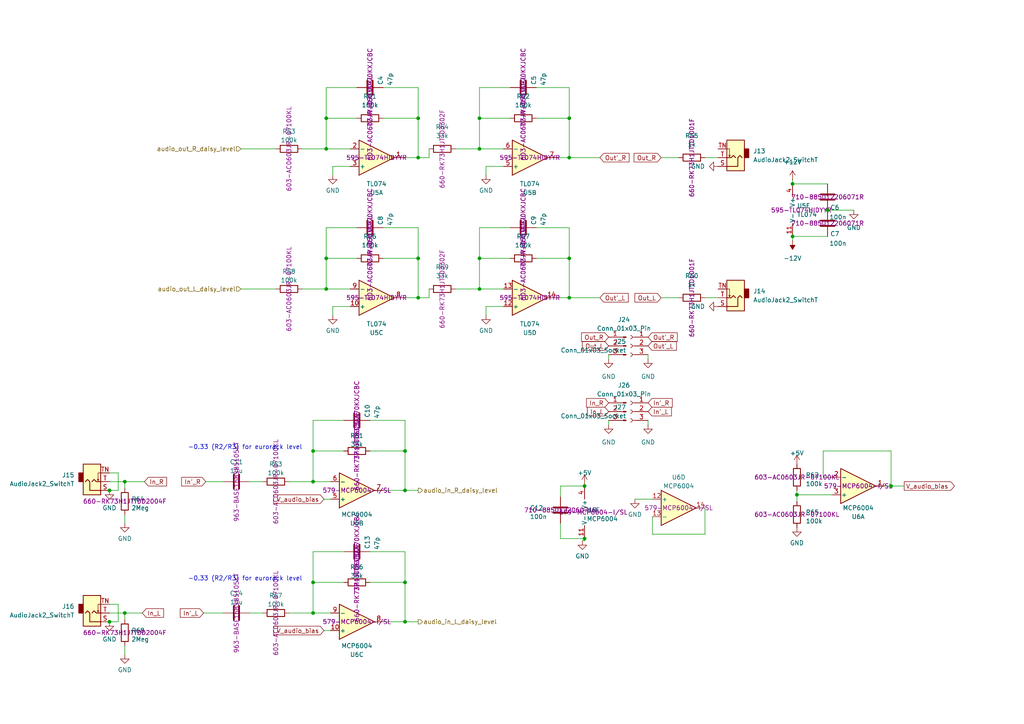
<source format=kicad_sch>
(kicad_sch (version 20250114) (generator "eeschema") (generator_version "9.0")
  (paper "A4")
  (lib_symbols
    (symbol "Amplifier_Operational:MCP6004" (pin_names (offset 0.127))
      (property "Reference" "U" (at 0 5.08 0))
      (property "Value" "MCP6004" (at 0 -5.08 0))
      (symbol "MCP6004_1_1"
        (polyline (pts (xy -5.08 5.08) (xy 5.08 0) (xy -5.08 -5.08) (xy -5.08 5.08)) (stroke (width 0.254)) (fill (type background)))
        (pin input line (at -7.62 2.54 0) (length 2.54) (name "+") (number "3"))
        (pin input line (at -7.62 -2.54 0) (length 2.54) (name "-") (number "2"))
        (pin output line (at 7.62 0 180) (length 2.54) (name "~") (number "1"))
      )
      (symbol "MCP6004_2_1"
        (polyline (pts (xy -5.08 5.08) (xy 5.08 0) (xy -5.08 -5.08) (xy -5.08 5.08)) (stroke (width 0.254)) (fill (type background)))
        (pin input line (at -7.62 2.54 0) (length 2.54) (name "+") (number "5"))
        (pin input line (at -7.62 -2.54 0) (length 2.54) (name "-") (number "6"))
        (pin output line (at 7.62 0 180) (length 2.54) (name "~") (number "7"))
      )
      (symbol "MCP6004_3_1"
        (polyline (pts (xy -5.08 5.08) (xy 5.08 0) (xy -5.08 -5.08) (xy -5.08 5.08)) (stroke (width 0.254)) (fill (type background)))
        (pin input line (at -7.62 2.54 0) (length 2.54) (name "+") (number "10"))
        (pin input line (at -7.62 -2.54 0) (length 2.54) (name "-") (number "9"))
        (pin output line (at 7.62 0 180) (length 2.54) (name "~") (number "8"))
      )
      (symbol "MCP6004_4_1"
        (polyline (pts (xy -5.08 5.08) (xy 5.08 0) (xy -5.08 -5.08) (xy -5.08 5.08)) (stroke (width 0.254)) (fill (type background)))
        (pin input line (at -7.62 2.54 0) (length 2.54) (name "+") (number "12"))
        (pin input line (at -7.62 -2.54 0) (length 2.54) (name "-") (number "13"))
        (pin output line (at 7.62 0 180) (length 2.54) (name "~") (number "14"))
      )
      (symbol "MCP6004_5_1"
        (pin power_in line (at -2.54 7.62 270) (length 3.81) (name "V+") (number "4"))
        (pin power_in line (at -2.54 -7.62 90) (length 3.81) (name "V-") (number "11"))
      )
    )
    (symbol "Amplifier_Operational:TL074" (pin_names (offset 0.127))
      (property "Reference" "U" (at 0 5.08 0))
      (property "Value" "TL074" (at 0 -5.08 0))
      (symbol "TL074_1_1"
        (polyline (pts (xy -5.08 5.08) (xy 5.08 0) (xy -5.08 -5.08) (xy -5.08 5.08)) (stroke (width 0.254)) (fill (type background)))
        (pin input line (at -7.62 2.54 0) (length 2.54) (name "+") (number "3"))
        (pin input line (at -7.62 -2.54 0) (length 2.54) (name "-") (number "2"))
        (pin output line (at 7.62 0 180) (length 2.54) (name "~") (number "1"))
      )
      (symbol "TL074_2_1"
        (polyline (pts (xy -5.08 5.08) (xy 5.08 0) (xy -5.08 -5.08) (xy -5.08 5.08)) (stroke (width 0.254)) (fill (type background)))
        (pin input line (at -7.62 2.54 0) (length 2.54) (name "+") (number "5"))
        (pin input line (at -7.62 -2.54 0) (length 2.54) (name "-") (number "6"))
        (pin output line (at 7.62 0 180) (length 2.54) (name "~") (number "7"))
      )
      (symbol "TL074_3_1"
        (polyline (pts (xy -5.08 5.08) (xy 5.08 0) (xy -5.08 -5.08) (xy -5.08 5.08)) (stroke (width 0.254)) (fill (type background)))
        (pin input line (at -7.62 2.54 0) (length 2.54) (name "+") (number "10"))
        (pin input line (at -7.62 -2.54 0) (length 2.54) (name "-") (number "9"))
        (pin output line (at 7.62 0 180) (length 2.54) (name "~") (number "8"))
      )
      (symbol "TL074_4_1"
        (polyline (pts (xy -5.08 5.08) (xy 5.08 0) (xy -5.08 -5.08) (xy -5.08 5.08)) (stroke (width 0.254)) (fill (type background)))
        (pin input line (at -7.62 2.54 0) (length 2.54) (name "+") (number "12"))
        (pin input line (at -7.62 -2.54 0) (length 2.54) (name "-") (number "13"))
        (pin output line (at 7.62 0 180) (length 2.54) (name "~") (number "14"))
      )
      (symbol "TL074_5_1"
        (pin power_in line (at -2.54 7.62 270) (length 3.81) (name "V+") (number "4"))
        (pin power_in line (at -2.54 -7.62 90) (length 3.81) (name "V-") (number "11"))
      )
    )
    (symbol "Connector:Conn_01x03_Pin" (pin_names (offset 1.016) (hide yes))
      (property "Reference" "J" (at 0 5.08 0))
      (property "Value" "Conn_01x03_Pin" (at 0 -5.08 0))
      (symbol "Conn_01x03_Pin_1_1"
        (rectangle (start 0.8636 2.667) (end 0 2.413) (stroke (width 0.1524)) (fill (type outline)))
        (rectangle (start 0.8636 0.127) (end 0 -0.127) (stroke (width 0.1524)) (fill (type outline)))
        (rectangle (start 0.8636 -2.413) (end 0 -2.667) (stroke (width 0.1524)) (fill (type outline)))
        (polyline (pts (xy 1.27 2.54) (xy 0.8636 2.54)) (stroke (width 0.1524)))
        (polyline (pts (xy 1.27 0) (xy 0.8636 0)) (stroke (width 0.1524)))
        (polyline (pts (xy 1.27 -2.54) (xy 0.8636 -2.54)) (stroke (width 0.1524)))
        (pin passive line (at 5.08 2.54 180) (length 3.81) (name "Pin_1") (number "1"))
        (pin passive line (at 5.08 0 180) (length 3.81) (name "Pin_2") (number "2"))
        (pin passive line (at 5.08 -2.54 180) (length 3.81) (name "Pin_3") (number "3"))
      )
    )
    (symbol "Connector:Conn_01x03_Socket" (pin_names (offset 1.016) (hide yes))
      (property "Reference" "J" (at 0 5.08 0))
      (property "Value" "Conn_01x03_Socket" (at 0 -5.08 0))
      (symbol "Conn_01x03_Socket_1_1"
        (polyline (pts (xy -1.27 2.54) (xy -0.508 2.54)) (stroke (width 0.1524)))
        (polyline (pts (xy -1.27 0) (xy -0.508 0)) (stroke (width 0.1524)))
        (polyline (pts (xy -1.27 -2.54) (xy -0.508 -2.54)) (stroke (width 0.1524)))
        (arc (start 0 2.032) (mid -0.5058 2.54) (end 0 3.048) (stroke (width 0.1524)))
        (arc (start 0 -0.508) (mid -0.5058 0) (end 0 0.508) (stroke (width 0.1524)))
        (arc (start 0 -3.048) (mid -0.5058 -2.54) (end 0 -2.032) (stroke (width 0.1524)))
        (pin passive line (at -5.08 2.54 0) (length 3.81) (name "Pin_1") (number "1"))
        (pin passive line (at -5.08 0 0) (length 3.81) (name "Pin_2") (number "2"))
        (pin passive line (at -5.08 -2.54 0) (length 3.81) (name "Pin_3") (number "3"))
      )
    )
    (symbol "Connector_Audio:AudioJack2_SwitchT"
      (property "Reference" "J" (at 0 8.89 0))
      (property "Value" "AudioJack2_SwitchT" (at 0 6.35 0))
      (symbol "AudioJack2_SwitchT_0_1"
        (rectangle (start -2.54 0) (end -3.81 -2.54) (stroke (width 0.254)) (fill (type outline)))
        (polyline (pts (xy 0 0) (xy 0.635 -0.635) (xy 1.27 0) (xy 2.54 0)) (stroke (width 0.254)))
        (polyline (pts (xy 1.778 -0.254) (xy 2.032 -0.762)))
        (rectangle (start 2.54 3.81) (end -2.54 -5.08) (stroke (width 0.254)) (fill (type background)))
        (polyline (pts (xy 2.54 2.54) (xy -0.635 2.54) (xy -0.635 0) (xy -1.27 -0.635) (xy -1.905 0)) (stroke (width 0.254)))
        (polyline (pts (xy 2.54 -2.54) (xy 1.778 -2.54) (xy 1.778 -0.254) (xy 1.524 -0.762)))
      )
      (symbol "AudioJack2_SwitchT_1_1"
        (pin passive line (at 5.08 2.54 180) (length 2.54) (name "~") (number "S"))
        (pin passive line (at 5.08 0 180) (length 2.54) (name "~") (number "T"))
        (pin passive line (at 5.08 -2.54 180) (length 2.54) (name "~") (number "TN"))
      )
    )
    (symbol "Device:C" (pin_numbers (hide yes)) (pin_names (offset 0.254))
      (property "Reference" "C" (at 0.635 2.54 0))
      (property "Value" "C" (at 0.635 -2.54 0))
      (symbol "C_0_1"
        (polyline (pts (xy -2.032 0.762) (xy 2.032 0.762)) (stroke (width 0.508)))
        (polyline (pts (xy -2.032 -0.762) (xy 2.032 -0.762)) (stroke (width 0.508)))
      )
      (symbol "C_1_1"
        (pin passive line (at 0 3.81 270) (length 2.794) (name "~") (number "1"))
        (pin passive line (at 0 -3.81 90) (length 2.794) (name "~") (number "2"))
      )
    )
    (symbol "Device:R" (pin_numbers (hide yes)) (pin_names (offset 0))
      (property "Reference" "R" (at 2.032 0 90))
      (property "Value" "R" (at 0 0 90))
      (symbol "R_0_1"
        (rectangle (start -1.016 -2.54) (end 1.016 2.54) (stroke (width 0.254)))
      )
      (symbol "R_1_1"
        (pin passive line (at 0 3.81 270) (length 1.27) (name "~") (number "1"))
        (pin passive line (at 0 -3.81 90) (length 1.27) (name "~") (number "2"))
      )
    )
    (symbol "power:+12V" (power) (pin_numbers (hide yes)) (pin_names (offset 0) (hide yes))
      (property "Value" "+12V" (at 0 3.556 0))
      (symbol "+12V_0_1"
        (polyline (pts (xy -0.762 1.27) (xy 0 2.54)))
        (polyline (pts (xy 0 2.54) (xy 0.762 1.27)))
        (polyline (pts (xy 0 0) (xy 0 2.54)))
      )
      (symbol "+12V_1_1"
        (pin power_in line (at 0 0 90) (length 0) (name "~") (number "1"))
      )
    )
    (symbol "power:+5V" (power) (pin_names (offset 0))
      (property "Value" "+5V" (at 0 3.556 0))
      (symbol "+5V_0_1"
        (polyline (pts (xy -0.762 1.27) (xy 0 2.54)))
        (polyline (pts (xy 0 2.54) (xy 0.762 1.27)))
        (polyline (pts (xy 0 0) (xy 0 2.54)))
      )
      (symbol "+5V_1_1"
        (pin power_in line (at 0 0 90) (length 0) (hide yes) (name "+5V") (number "1"))
      )
    )
    (symbol "power:-12V" (power) (pin_numbers (hide yes)) (pin_names (offset 0) (hide yes))
      (property "Value" "-12V" (at 0 3.556 0))
      (symbol "-12V_0_0"
        (pin power_in line (at 0 0 90) (length 0) (name "~") (number "1"))
      )
      (symbol "-12V_0_1"
        (polyline (pts (xy 0 0) (xy 0 1.27) (xy 0.762 1.27) (xy 0 2.54) (xy -0.762 1.27) (xy 0 1.27)) (fill (type outline)))
      )
    )
    (symbol "power:GND" (power) (pin_names (offset 0))
      (property "Value" "GND" (at 0 -3.81 0))
      (symbol "GND_0_1"
        (polyline (pts (xy 0 0) (xy 0 -1.27) (xy 1.27 -1.27) (xy 0 -2.54) (xy -1.27 -1.27) (xy 0 -1.27)))
      )
      (symbol "GND_1_1"
        (pin power_in line (at 0 0 270) (length 0) (hide yes) (name "GND") (number "1"))
      )
    )
  )
  (text "\n-0.33 (R2/R3) for eurorack level\n" (at 54.483 168.656 0) (effects (font (size 1.27 1.27)) (justify left bottom)))
  (text "\n-0.33 (R2/R3) for eurorack level\n" (at 54.483 130.556 0) (effects (font (size 1.27 1.27)) (justify left bottom)))
  (junction (at 90.805 177.8))
  (junction (at 90.805 139.7))
  (junction (at 169.545 140.97))
  (junction (at 139.065 43.18))
  (junction (at 117.475 180.34))
  (junction (at 121.285 45.72))
  (junction (at 117.475 168.91))
  (junction (at 90.805 168.91))
  (junction (at 229.87 68.58))
  (junction (at 258.445 140.97))
  (junction (at 94.615 74.93))
  (junction (at 165.1 45.72))
  (junction (at 94.615 83.82))
  (junction (at 139.065 83.82))
  (junction (at 139.065 34.29))
  (junction (at 121.285 74.93))
  (junction (at 31.75 180.34))
  (junction (at 139.065 74.93))
  (junction (at 231.14 143.51))
  (junction (at 94.615 34.29))
  (junction (at 117.475 142.24))
  (junction (at 121.285 34.29))
  (junction (at 31.75 142.24))
  (junction (at 169.545 156.21))
  (junction (at 121.285 86.36))
  (junction (at 165.1 34.29))
  (junction (at 36.195 139.7))
  (junction (at 36.195 177.8))
  (junction (at 94.615 43.18))
  (junction (at 165.1 86.36))
  (junction (at 229.87 53.34))
  (junction (at 165.1 74.93))
  (junction (at 117.475 130.81))
  (junction (at 240.03 60.96))
  (junction (at 90.805 130.81))
  (wire (pts (xy 103.505 74.93) (xy 94.615 74.93)))
  (wire (pts (xy 117.475 180.34) (xy 121.285 180.34)))
  (wire (pts (xy 103.505 25.4) (xy 94.615 25.4)))
  (wire (pts (xy 111.125 180.34) (xy 117.475 180.34)))
  (wire (pts (xy 90.805 130.81) (xy 90.805 139.7)))
  (wire (pts (xy 241.3 138.43) (xy 238.76 138.43)))
  (wire (pts (xy 155.575 25.4) (xy 165.1 25.4)))
  (wire (pts (xy 116.84 86.36) (xy 121.285 86.36)))
  (wire (pts (xy 31.75 137.16) (xy 34.29 137.16)))
  (wire (pts (xy 111.125 142.24) (xy 117.475 142.24)))
  (wire (pts (xy 140.97 88.9) (xy 140.97 91.44)))
  (wire (pts (xy 96.52 88.9) (xy 96.52 91.44)))
  (wire (pts (xy 117.475 121.92) (xy 117.475 130.81)))
  (wire (pts (xy 161.29 86.36) (xy 165.1 86.36)))
  (wire (pts (xy 69.85 83.82) (xy 80.01 83.82)))
  (wire (pts (xy 90.805 121.92) (xy 90.805 130.81)))
  (wire (pts (xy 121.285 86.36) (xy 124.46 86.36)))
  (wire (pts (xy 59.055 177.8) (xy 64.77 177.8)))
  (wire (pts (xy 36.195 139.7) (xy 41.91 139.7)))
  (wire (pts (xy 204.47 45.72) (xy 208.28 45.72)))
  (wire (pts (xy 189.23 149.86) (xy 189.23 154.94)))
  (wire (pts (xy 155.575 74.93) (xy 165.1 74.93)))
  (wire (pts (xy 191.77 45.72) (xy 196.85 45.72)))
  (wire (pts (xy 94.615 74.93) (xy 94.615 83.82)))
  (wire (pts (xy 31.75 175.26) (xy 34.29 175.26)))
  (wire (pts (xy 169.545 156.845) (xy 168.91 156.845)))
  (wire (pts (xy 238.76 138.43) (xy 238.76 130.81)))
  (wire (pts (xy 93.98 144.78) (xy 95.885 144.78)))
  (wire (pts (xy 139.065 25.4) (xy 139.065 34.29)))
  (wire (pts (xy 162.56 156.21) (xy 162.56 151.765)))
  (wire (pts (xy 140.97 48.26) (xy 146.05 48.26)))
  (wire (pts (xy 36.195 151.765) (xy 36.195 149.225)))
  (wire (pts (xy 34.29 137.16) (xy 34.29 142.24)))
  (wire (pts (xy 96.52 88.9) (xy 101.6 88.9)))
  (wire (pts (xy 189.23 154.94) (xy 204.47 154.94)))
  (wire (pts (xy 132.08 43.18) (xy 139.065 43.18)))
  (wire (pts (xy 83.82 177.8) (xy 90.805 177.8)))
  (wire (pts (xy 165.1 45.72) (xy 173.99 45.72)))
  (wire (pts (xy 31.75 177.8) (xy 36.195 177.8)))
  (wire (pts (xy 34.29 175.26) (xy 34.29 180.34)))
  (wire (pts (xy 111.125 74.93) (xy 121.285 74.93)))
  (wire (pts (xy 99.695 160.02) (xy 90.805 160.02)))
  (wire (pts (xy 94.615 25.4) (xy 94.615 34.29)))
  (wire (pts (xy 96.52 48.26) (xy 101.6 48.26)))
  (wire (pts (xy 147.955 34.29) (xy 139.065 34.29)))
  (wire (pts (xy 99.695 121.92) (xy 90.805 121.92)))
  (wire (pts (xy 94.615 34.29) (xy 94.615 43.18)))
  (wire (pts (xy 94.615 43.18) (xy 101.6 43.18)))
  (wire (pts (xy 36.195 189.865) (xy 36.195 187.325)))
  (wire (pts (xy 240.03 60.96) (xy 247.65 60.96)))
  (wire (pts (xy 87.63 83.82) (xy 94.615 83.82)))
  (wire (pts (xy 139.065 74.93) (xy 139.065 83.82)))
  (wire (pts (xy 238.76 130.81) (xy 258.445 130.81)))
  (wire (pts (xy 36.195 179.705) (xy 36.195 177.8)))
  (wire (pts (xy 34.29 142.24) (xy 31.75 142.24)))
  (wire (pts (xy 34.29 180.34) (xy 31.75 180.34)))
  (wire (pts (xy 191.77 86.36) (xy 196.85 86.36)))
  (wire (pts (xy 124.46 86.36) (xy 124.46 83.82)))
  (wire (pts (xy 117.475 180.34) (xy 117.475 168.91)))
  (wire (pts (xy 90.805 168.91) (xy 90.805 177.8)))
  (wire (pts (xy 132.08 83.82) (xy 139.065 83.82)))
  (wire (pts (xy 231.14 142.24) (xy 231.14 143.51)))
  (wire (pts (xy 90.805 139.7) (xy 95.885 139.7)))
  (wire (pts (xy 147.955 74.93) (xy 139.065 74.93)))
  (wire (pts (xy 169.545 156.845) (xy 169.545 156.21)))
  (wire (pts (xy 96.52 48.26) (xy 96.52 50.8)))
  (wire (pts (xy 69.85 43.18) (xy 80.01 43.18)))
  (wire (pts (xy 176.53 104.14) (xy 176.53 102.87)))
  (wire (pts (xy 176.53 123.19) (xy 176.53 121.92)))
  (wire (pts (xy 204.47 86.36) (xy 208.28 86.36)))
  (wire (pts (xy 72.39 139.7) (xy 76.2 139.7)))
  (wire (pts (xy 117.475 142.24) (xy 121.285 142.24)))
  (wire (pts (xy 139.065 34.29) (xy 139.065 43.18)))
  (wire (pts (xy 107.315 168.91) (xy 117.475 168.91)))
  (wire (pts (xy 147.955 25.4) (xy 139.065 25.4)))
  (wire (pts (xy 229.87 68.58) (xy 240.03 68.58)))
  (wire (pts (xy 59.69 139.7) (xy 64.77 139.7)))
  (wire (pts (xy 229.87 53.34) (xy 240.03 53.34)))
  (wire (pts (xy 165.1 45.72) (xy 165.1 34.29)))
  (wire (pts (xy 258.445 140.97) (xy 262.255 140.97)))
  (wire (pts (xy 107.315 130.81) (xy 117.475 130.81)))
  (wire (pts (xy 121.285 45.72) (xy 124.46 45.72)))
  (wire (pts (xy 155.575 66.04) (xy 165.1 66.04)))
  (wire (pts (xy 90.805 177.8) (xy 95.885 177.8)))
  (wire (pts (xy 169.545 156.21) (xy 162.56 156.21)))
  (wire (pts (xy 139.065 66.04) (xy 139.065 74.93)))
  (wire (pts (xy 117.475 160.02) (xy 117.475 168.91)))
  (wire (pts (xy 139.065 43.18) (xy 146.05 43.18)))
  (wire (pts (xy 99.695 130.81) (xy 90.805 130.81)))
  (wire (pts (xy 165.1 86.36) (xy 165.1 74.93)))
  (wire (pts (xy 187.96 104.14) (xy 187.96 102.87)))
  (wire (pts (xy 103.505 34.29) (xy 94.615 34.29)))
  (wire (pts (xy 117.475 142.24) (xy 117.475 130.81)))
  (wire (pts (xy 140.97 48.26) (xy 140.97 50.8)))
  (wire (pts (xy 121.285 25.4) (xy 121.285 34.29)))
  (wire (pts (xy 111.125 25.4) (xy 121.285 25.4)))
  (wire (pts (xy 90.805 160.02) (xy 90.805 168.91)))
  (wire (pts (xy 121.285 45.72) (xy 121.285 34.29)))
  (wire (pts (xy 94.615 66.04) (xy 94.615 74.93)))
  (wire (pts (xy 162.56 140.97) (xy 169.545 140.97)))
  (wire (pts (xy 107.315 160.02) (xy 117.475 160.02)))
  (wire (pts (xy 147.955 66.04) (xy 139.065 66.04)))
  (wire (pts (xy 229.87 52.07) (xy 229.87 53.34)))
  (wire (pts (xy 103.505 66.04) (xy 94.615 66.04)))
  (wire (pts (xy 116.84 45.72) (xy 121.285 45.72)))
  (wire (pts (xy 256.54 140.97) (xy 258.445 140.97)))
  (wire (pts (xy 204.47 154.94) (xy 204.47 147.32)))
  (wire (pts (xy 83.82 139.7) (xy 90.805 139.7)))
  (wire (pts (xy 140.97 88.9) (xy 146.05 88.9)))
  (wire (pts (xy 229.87 69.85) (xy 229.87 68.58)))
  (wire (pts (xy 31.75 139.7) (xy 36.195 139.7)))
  (wire (pts (xy 258.445 130.81) (xy 258.445 140.97)))
  (wire (pts (xy 111.125 66.04) (xy 121.285 66.04)))
  (wire (pts (xy 121.285 86.36) (xy 121.285 74.93)))
  (wire (pts (xy 162.56 144.145) (xy 162.56 140.97)))
  (wire (pts (xy 72.39 177.8) (xy 76.2 177.8)))
  (wire (pts (xy 161.29 45.72) (xy 165.1 45.72)))
  (wire (pts (xy 36.195 177.8) (xy 41.275 177.8)))
  (wire (pts (xy 94.615 83.82) (xy 101.6 83.82)))
  (wire (pts (xy 184.15 144.78) (xy 189.23 144.78)))
  (wire (pts (xy 139.065 83.82) (xy 146.05 83.82)))
  (wire (pts (xy 155.575 34.29) (xy 165.1 34.29)))
  (wire (pts (xy 121.285 66.04) (xy 121.285 74.93)))
  (wire (pts (xy 99.695 168.91) (xy 90.805 168.91)))
  (wire (pts (xy 87.63 43.18) (xy 94.615 43.18)))
  (wire (pts (xy 231.14 143.51) (xy 241.3 143.51)))
  (wire (pts (xy 36.195 141.605) (xy 36.195 139.7)))
  (wire (pts (xy 187.96 123.19) (xy 187.96 121.92)))
  (wire (pts (xy 111.125 34.29) (xy 121.285 34.29)))
  (wire (pts (xy 165.1 66.04) (xy 165.1 74.93)))
  (wire (pts (xy 231.14 143.51) (xy 231.14 145.415)))
  (wire (pts (xy 165.1 25.4) (xy 165.1 34.29)))
  (wire (pts (xy 107.315 121.92) (xy 117.475 121.92)))
  (wire (pts (xy 93.98 182.88) (xy 95.885 182.88)))
  (wire (pts (xy 124.46 45.72) (xy 124.46 43.18)))
  (wire (pts (xy 169.545 140.335) (xy 169.545 140.97)))
  (wire (pts (xy 165.1 86.36) (xy 173.99 86.36)))
  (global_label "In'_L" (shape input) (at 187.96 119.38 0) (property "Intersheetrefs" "${INTERSHEET_REFS}" (effects (hide yes))))
  (global_label "Out'_L" (shape input) (at 187.96 100.33 0) (property "Intersheetrefs" "${INTERSHEET_REFS}" (effects (hide yes))))
  (global_label "Out_R" (shape input) (at 176.53 97.79 180) (property "Intersheetrefs" "${INTERSHEET_REFS}" (effects (hide yes))))
  (global_label "In_R" (shape input) (at 41.91 139.7 0) (property "Intersheetrefs" "${INTERSHEET_REFS}" (effects (hide yes))))
  (global_label "Out'_R" (shape input) (at 173.99 45.72 0) (property "Intersheetrefs" "${INTERSHEET_REFS}" (effects (hide yes))))
  (global_label "In_L" (shape input) (at 176.53 119.38 180) (property "Intersheetrefs" "${INTERSHEET_REFS}" (effects (hide yes))))
  (global_label "In'_R" (shape input) (at 187.96 116.84 0) (property "Intersheetrefs" "${INTERSHEET_REFS}" (effects (hide yes))))
  (global_label "Out_R" (shape input) (at 191.77 45.72 180) (property "Intersheetrefs" "${INTERSHEET_REFS}" (effects (hide yes))))
  (global_label "In'_L" (shape input) (at 59.055 177.8 180) (property "Intersheetrefs" "${INTERSHEET_REFS}" (effects (hide yes))))
  (global_label "In'_R" (shape input) (at 59.69 139.7 180) (property "Intersheetrefs" "${INTERSHEET_REFS}" (effects (hide yes))))
  (global_label "V_audio_bias" (shape input) (at 93.98 144.78 180) (property "Intersheetrefs" "${INTERSHEET_REFS}" (effects (hide yes))))
  (global_label "Out_L" (shape input) (at 191.77 86.36 180) (property "Intersheetrefs" "${INTERSHEET_REFS}" (effects (hide yes))))
  (global_label "In_R" (shape input) (at 176.53 116.84 180) (property "Intersheetrefs" "${INTERSHEET_REFS}" (effects (hide yes))))
  (global_label "Out'_R" (shape input) (at 187.96 97.79 0) (property "Intersheetrefs" "${INTERSHEET_REFS}" (effects (hide yes))))
  (global_label "In_L" (shape input) (at 41.275 177.8 0) (property "Intersheetrefs" "${INTERSHEET_REFS}" (effects (hide yes))))
  (global_label "V_audio_bias" (shape output) (at 262.255 140.97 0) (property "Intersheetrefs" "${INTERSHEET_REFS}" (effects (hide yes))))
  (global_label "Out'_L" (shape input) (at 173.99 86.36 0) (property "Intersheetrefs" "${INTERSHEET_REFS}" (effects (hide yes))))
  (global_label "Out_L" (shape input) (at 176.53 100.33 180) (property "Intersheetrefs" "${INTERSHEET_REFS}" (effects (hide yes))))
  (global_label "V_audio_bias" (shape input) (at 93.98 182.88 180) (property "Intersheetrefs" "${INTERSHEET_REFS}" (effects (hide yes))))
  (hierarchical_label "audio_in_R_daisy_level" (shape output) (at 121.285 142.24 0))
  (hierarchical_label "audio_in_L_daisy_level" (shape output) (at 121.285 180.34 0))
  (hierarchical_label "audio_out_R_daisy_level" (shape input) (at 69.85 43.18 180))
  (hierarchical_label "audio_out_L_daisy_level" (shape input) (at 69.85 83.82 180))
  (symbol (lib_id "Amplifier_Operational:TL074") (at 153.67 45.72 0) (mirror x) (unit 2)
    (property "Reference" "U5" (at 153.67 55.88 0))
    (property "Value" "TL074" (at 153.67 53.34 0))
    (property "Footprint" "TL074:SOP50P326X110-14N" (effects (hide yes)))
    (property "Datasheet" "http://www.ti.com/lit/ds/symlink/tl071.pdf" (effects (hide yes)))
    (property "Description" "Quad Low-Noise JFET-Input Operational Amplifiers, DIP-14/SOIC-14" (effects (hide yes)))
    (property "Mouser Part Number" "595-TL074HIDYYR" (at 153.67 45.72 0))
  )
  (symbol (lib_id "Device:R") (at 151.765 74.93 90) (unit 1)
    (property "Reference" "R57" (at 151.765 68.58 90))
    (property "Value" "100k" (at 151.765 71.12 90))
    (property "Footprint" "Resistor_SMD:R_0603_1608Metric" (effects (hide yes)))
    (property "Mouser Part Number" "603-AC0603JR-07100KL" (at 151.765 74.93 0))
  )
  (symbol (lib_id "power:GND") (at 247.65 60.96 0) (unit 1)
    (property "Reference" "#PWR057" (effects (hide yes)))
    (property "Value" "GND" (at 247.65 66.04 0))
    (property "Description" "Power symbol creates a global label with name \"GND\" , ground" (effects (hide yes)))
  )
  (symbol (lib_id "Device:R") (at 80.01 177.8 270) (unit 1)
    (property "Reference" "R67" (at 80.01 172.72 90))
    (property "Value" "100k" (at 80.01 175.26 90))
    (property "Footprint" "Resistor_SMD:R_0603_1608Metric" (effects (hide yes)))
    (property "Mouser Part Number" "603-AC0603JR-07100KL" (at 80.01 177.8 0))
  )
  (symbol (lib_id "Device:C") (at 68.58 177.8 90) (unit 1)
    (property "Reference" "C14" (at 68.58 172.085 90))
    (property "Value" "10u" (at 68.58 174.625 90))
    (property "Footprint" "Capacitor_SMD:C_0603_1608Metric" (effects (hide yes)))
    (property "Mouser Part Number" "963-BASE168SB5105KT" (at 68.58 177.8 0))
  )
  (symbol (lib_id "Device:R") (at 36.195 145.415 0) (unit 1)
    (property "Reference" "R64" (at 38.1 144.78 0) (effects (justify left)))
    (property "Value" "2Meg" (at 38.1 147.32 0) (effects (justify left)))
    (property "Footprint" "Resistor_SMD:R_0603_1608Metric" (effects (hide yes)))
    (property "Mouser Part Number" "660-RK73H1JTTDD2004F" (at 36.195 145.415 0))
  )
  (symbol (lib_id "Device:R") (at 107.315 34.29 90) (unit 1)
    (property "Reference" "R51" (at 107.315 27.94 90))
    (property "Value" "100k" (at 107.315 30.48 90))
    (property "Footprint" "Resistor_SMD:R_0603_1608Metric" (effects (hide yes)))
    (property "Mouser Part Number" "603-AC0603JR-07100KL" (at 107.315 34.29 0))
  )
  (symbol (lib_id "Device:C") (at 240.03 64.77 0) (unit 1)
    (property "Reference" "C7" (at 240.792 67.818 0) (effects (justify left)))
    (property "Value" "100n" (at 240.538 70.612 0) (effects (justify left)))
    (property "Footprint" "Capacitor_SMD:C_0603_1608Metric" (effects (hide yes)))
    (property "Description" "Unpolarized capacitor" (effects (hide yes)))
    (property "Mouser Part Number" "710-885012206071R" (at 240.03 64.77 0))
  )
  (symbol (lib_id "Device:R") (at 151.765 34.29 90) (unit 1)
    (property "Reference" "R52" (at 151.765 27.94 90))
    (property "Value" "100k" (at 151.765 30.48 90))
    (property "Footprint" "Resistor_SMD:R_0603_1608Metric" (effects (hide yes)))
    (property "Mouser Part Number" "603-AC0603JR-07100KL" (at 151.765 34.29 0))
  )
  (symbol (lib_id "Device:R") (at 231.14 149.225 180) (unit 1)
    (property "Reference" "R65" (at 233.68 148.59 0) (effects (justify right)))
    (property "Value" "100k" (at 233.68 151.13 0) (effects (justify right)))
    (property "Footprint" "Resistor_SMD:R_0603_1608Metric" (effects (hide yes)))
    (property "Mouser Part Number" "603-AC0603JR-07100KL" (at 231.14 149.225 0))
  )
  (symbol (lib_id "power:GND") (at 96.52 91.44 0) (unit 1)
    (property "Reference" "#PWR060" (effects (hide yes)))
    (property "Value" "GND" (at 96.52 95.885 0))
  )
  (symbol (lib_id "Device:C") (at 151.765 25.4 90) (unit 1)
    (property "Reference" "C5" (at 154.813 24.638 0) (effects (justify left)))
    (property "Value" "47p" (at 157.607 24.892 0) (effects (justify left)))
    (property "Footprint" "Capacitor_SMD:C_0603_1608Metric" (effects (hide yes)))
    (property "Description" "Unpolarized capacitor" (effects (hide yes)))
    (property "Mouser Part Number" "77-VJ0603A470KXJCBC" (at 151.765 25.4 0))
  )
  (symbol (lib_id "Device:R") (at 83.82 43.18 270) (unit 1)
    (property "Reference" "R53" (at 83.82 38.1 90))
    (property "Value" "100k" (at 83.82 40.64 90))
    (property "Footprint" "Resistor_SMD:R_0603_1608Metric" (effects (hide yes)))
    (property "Mouser Part Number" "603-AC0603JR-07100KL" (at 83.82 43.18 0))
  )
  (symbol (lib_id "power:GND") (at 168.91 156.845 0) (unit 1)
    (property "Reference" "#PWR068" (effects (hide yes)))
    (property "Value" "GND" (at 168.91 161.29 0))
  )
  (symbol (lib_id "Amplifier_Operational:MCP6004") (at 196.85 147.32 0) (unit 4)
    (property "Reference" "U6" (at 196.85 138.43 0))
    (property "Value" "MCP6004" (at 196.85 140.97 0))
    (property "Footprint" "Package_SO:SOIC-14_3.9x8.7mm_P1.27mm" (effects (hide yes)))
    (property "Datasheet" "http://ww1.microchip.com/downloads/en/DeviceDoc/21733j.pdf" (effects (hide yes)))
    (property "Mouser Part Number" "579-MCP6004-I/SL" (at 196.85 147.32 0))
  )
  (symbol (lib_id "Amplifier_Operational:TL074") (at 232.41 60.96 0) (unit 5)
    (property "Reference" "U5" (at 231.14 59.6899 0) (effects (justify left)))
    (property "Value" "TL074" (at 231.14 62.2299 0) (effects (justify left)))
    (property "Footprint" "TL074:SOP50P326X110-14N" (effects (hide yes)))
    (property "Datasheet" "http://www.ti.com/lit/ds/symlink/tl071.pdf" (effects (hide yes)))
    (property "Description" "Quad Low-Noise JFET-Input Operational Amplifiers, DIP-14/SOIC-14" (effects (hide yes)))
    (property "Mouser Part Number" "595-TL074HIDYYR" (at 232.41 60.96 0))
  )
  (symbol (lib_id "power:GND") (at 176.53 104.14 0) (mirror y) (unit 1)
    (property "Reference" "#PWR0103" (effects (hide yes)))
    (property "Value" "GND" (at 176.53 109.22 0))
  )
  (symbol (lib_id "Device:C") (at 107.315 25.4 90) (unit 1)
    (property "Reference" "C4" (at 110.363 24.638 0) (effects (justify left)))
    (property "Value" "47p" (at 113.157 24.892 0) (effects (justify left)))
    (property "Footprint" "Capacitor_SMD:C_0603_1608Metric" (effects (hide yes)))
    (property "Description" "Unpolarized capacitor" (effects (hide yes)))
    (property "Mouser Part Number" "77-VJ0603A470KXJCBC" (at 107.315 25.4 0))
  )
  (symbol (lib_id "Connector:Conn_01x03_Socket") (at 182.88 119.38 0) (mirror y) (unit 1)
    (property "Reference" "J27" (at 181.61 118.1099 0) (effects (justify left)))
    (property "Value" "Conn_01x03_Socket" (at 181.61 120.6499 0) (effects (justify left)))
    (property "Footprint" "Connector_PinSocket_2.54mm:PinSocket_1x03_P2.54mm_Vertical" (effects (hide yes)))
    (property "Description" "Generic connector, single row, 01x03, script generated" (effects (hide yes)))
  )
  (symbol (lib_id "Amplifier_Operational:MCP6004") (at 103.505 142.24 0) (mirror x) (unit 2)
    (property "Reference" "U6" (at 103.505 151.765 0))
    (property "Value" "MCP6004" (at 103.505 149.225 0))
    (property "Footprint" "Package_SO:SOIC-14_3.9x8.7mm_P1.27mm" (effects (hide yes)))
    (property "Datasheet" "http://ww1.microchip.com/downloads/en/DeviceDoc/21733j.pdf" (effects (hide yes)))
    (property "Mouser Part Number" "579-MCP6004-I/SL" (at 103.505 142.24 0))
  )
  (symbol (lib_id "power:GND") (at 36.195 151.765 0) (unit 1)
    (property "Reference" "#PWR066" (effects (hide yes)))
    (property "Value" "GND" (at 36.195 156.21 0))
  )
  (symbol (lib_id "Device:C") (at 68.58 139.7 90) (unit 1)
    (property "Reference" "C11" (at 68.58 133.985 90))
    (property "Value" "10u" (at 68.58 136.525 90))
    (property "Footprint" "Capacitor_SMD:C_0603_1608Metric" (effects (hide yes)))
    (property "Mouser Part Number" "963-BASE168SB5105KT" (at 68.58 139.7 0))
  )
  (symbol (lib_id "power:+5V") (at 231.14 134.62 0) (unit 1)
    (property "Reference" "#PWR062" (effects (hide yes)))
    (property "Value" "+5V" (at 231.14 131.445 0))
  )
  (symbol (lib_id "power:GND") (at 187.96 123.19 0) (mirror y) (unit 1)
    (property "Reference" "#PWR0106" (effects (hide yes)))
    (property "Value" "GND" (at 187.96 128.27 0))
  )
  (symbol (lib_id "Amplifier_Operational:TL074") (at 109.22 86.36 0) (mirror x) (unit 3)
    (property "Reference" "U5" (at 109.22 96.52 0))
    (property "Value" "TL074" (at 109.22 93.98 0))
    (property "Footprint" "TL074:SOP50P326X110-14N" (effects (hide yes)))
    (property "Datasheet" "http://www.ti.com/lit/ds/symlink/tl071.pdf" (effects (hide yes)))
    (property "Description" "Quad Low-Noise JFET-Input Operational Amplifiers, DIP-14/SOIC-14" (effects (hide yes)))
    (property "Mouser Part Number" "595-TL074HIDYYR" (at 109.22 86.36 0))
  )
  (symbol (lib_id "Connector:Conn_01x03_Socket") (at 182.88 100.33 0) (mirror y) (unit 1)
    (property "Reference" "J25" (at 181.61 99.0599 0) (effects (justify left)))
    (property "Value" "Conn_01x03_Socket" (at 181.61 101.5999 0) (effects (justify left)))
    (property "Footprint" "Connector_PinSocket_2.54mm:PinSocket_1x03_P2.54mm_Vertical" (effects (hide yes)))
    (property "Description" "Generic connector, single row, 01x03, script generated" (effects (hide yes)))
  )
  (symbol (lib_id "power:GND") (at 208.28 48.26 270) (mirror x) (unit 1)
    (property "Reference" "#PWR053" (effects (hide yes)))
    (property "Value" "GND" (at 204.47 48.2599 90) (effects (justify right)))
  )
  (symbol (lib_id "Device:R") (at 107.315 74.93 90) (unit 1)
    (property "Reference" "R56" (at 107.315 68.58 90))
    (property "Value" "100k" (at 107.315 71.12 90))
    (property "Footprint" "Resistor_SMD:R_0603_1608Metric" (effects (hide yes)))
    (property "Mouser Part Number" "603-AC0603JR-07100KL" (at 107.315 74.93 0))
  )
  (symbol (lib_id "Device:R") (at 200.66 86.36 270) (unit 1)
    (property "Reference" "R60" (at 200.66 80.01 90))
    (property "Value" "1k" (at 200.66 82.55 90))
    (property "Footprint" "Resistor_SMD:R_0603_1608Metric" (effects (hide yes)))
    (property "Mouser Part Number" "660-RK73H1JTTD1001F" (at 200.66 86.36 0))
  )
  (symbol (lib_id "Device:R") (at 200.66 45.72 270) (unit 1)
    (property "Reference" "R55" (at 200.66 39.37 90))
    (property "Value" "1k" (at 200.66 41.91 90))
    (property "Footprint" "Resistor_SMD:R_0603_1608Metric" (effects (hide yes)))
    (property "Mouser Part Number" "660-RK73H1JTTD1001F" (at 200.66 45.72 0))
  )
  (symbol (lib_id "Connector_Audio:AudioJack2_SwitchT") (at 213.36 45.72 180) (unit 1)
    (property "Reference" "J13" (at 218.44 43.8149 0) (effects (justify right)))
    (property "Value" "AudioJack2_SwitchT" (at 218.44 46.3549 0) (effects (justify right)))
    (property "Footprint" "PJ301M-12:PJ301M-12" (effects (hide yes)))
    (property "Description" "Audio Jack, 2 Poles (Mono / TS), Switched T Pole (Normalling)" (effects (hide yes)))
  )
  (symbol (lib_id "Connector_Audio:AudioJack2_SwitchT") (at 26.67 139.7 0) (mirror x) (unit 1)
    (property "Reference" "J15" (at 21.59 137.7949 0) (effects (justify right)))
    (property "Value" "AudioJack2_SwitchT" (at 21.59 140.3349 0) (effects (justify right)))
    (property "Footprint" "PJ301M-12:PJ301M-12" (effects (hide yes)))
    (property "Description" "Audio Jack, 2 Poles (Mono / TS), Switched T Pole (Normalling)" (effects (hide yes)))
  )
  (symbol (lib_id "Device:R") (at 128.27 83.82 270) (unit 1)
    (property "Reference" "R59" (at 128.27 77.47 90))
    (property "Value" "33k" (at 128.27 80.01 90))
    (property "Footprint" "Resistor_SMD:R_0603_1608Metric" (effects (hide yes)))
    (property "Mouser Part Number" "660-RK73H1JTTD3302F" (at 128.27 83.82 0))
  )
  (symbol (lib_id "Device:C") (at 103.505 121.92 90) (unit 1)
    (property "Reference" "C10" (at 106.553 121.158 0) (effects (justify left)))
    (property "Value" "47p" (at 109.347 121.412 0) (effects (justify left)))
    (property "Footprint" "Capacitor_SMD:C_0603_1608Metric" (effects (hide yes)))
    (property "Description" "Unpolarized capacitor" (effects (hide yes)))
    (property "Mouser Part Number" "77-VJ0603A470KXJCBC" (at 103.505 121.92 0))
  )
  (symbol (lib_id "power:+5V") (at 169.545 140.335 0) (unit 1)
    (property "Reference" "#PWR063" (effects (hide yes)))
    (property "Value" "+5V" (at 169.545 137.16 0))
  )
  (symbol (lib_id "power:GND") (at 31.75 142.24 0) (unit 1)
    (property "Reference" "#PWR064" (effects (hide yes)))
    (property "Value" "GND" (at 31.75 147.32 0))
  )
  (symbol (lib_id "Amplifier_Operational:TL074") (at 109.22 45.72 0) (mirror x) (unit 1)
    (property "Reference" "U5" (at 109.22 55.88 0))
    (property "Value" "TL074" (at 109.22 53.34 0))
    (property "Footprint" "TL074:SOP50P326X110-14N" (effects (hide yes)))
    (property "Datasheet" "http://www.ti.com/lit/ds/symlink/tl071.pdf" (effects (hide yes)))
    (property "Description" "Quad Low-Noise JFET-Input Operational Amplifiers, DIP-14/SOIC-14" (effects (hide yes)))
    (property "Mouser Part Number" "595-TL074HIDYYR" (at 109.22 45.72 0))
  )
  (symbol (lib_id "Device:C") (at 107.315 66.04 90) (unit 1)
    (property "Reference" "C8" (at 110.363 65.278 0) (effects (justify left)))
    (property "Value" "47p" (at 113.157 65.532 0) (effects (justify left)))
    (property "Footprint" "Capacitor_SMD:C_0603_1608Metric" (effects (hide yes)))
    (property "Description" "Unpolarized capacitor" (effects (hide yes)))
    (property "Mouser Part Number" "77-VJ0603A470KXJCBC" (at 107.315 66.04 0))
  )
  (symbol (lib_id "power:GND") (at 36.195 189.865 0) (unit 1)
    (property "Reference" "#PWR070" (effects (hide yes)))
    (property "Value" "GND" (at 36.195 194.31 0))
  )
  (symbol (lib_id "power:GND") (at 31.75 180.34 0) (unit 1)
    (property "Reference" "#PWR069" (effects (hide yes)))
    (property "Value" "GND" (at 31.75 185.42 0))
  )
  (symbol (lib_id "power:-12V") (at 229.87 69.85 180) (unit 1)
    (property "Reference" "#PWR058" (effects (hide yes)))
    (property "Value" "-12V" (at 229.87 74.93 0))
    (property "Description" "Power symbol creates a global label with name \"-12V\"" (effects (hide yes)))
  )
  (symbol (lib_id "Connector:Conn_01x03_Pin") (at 181.61 119.38 0) (mirror y) (unit 1)
    (property "Reference" "J26" (at 180.975 111.76 0))
    (property "Value" "Conn_01x03_Pin" (at 180.975 114.3 0))
    (property "Footprint" "Connector_PinHeader_2.54mm:PinHeader_1x03_P2.54mm_Vertical" (effects (hide yes)))
    (property "Description" "Generic connector, single row, 01x03, script generated" (effects (hide yes)))
  )
  (symbol (lib_id "power:GND") (at 140.97 91.44 0) (unit 1)
    (property "Reference" "#PWR061" (effects (hide yes)))
    (property "Value" "GND" (at 140.97 95.885 0))
  )
  (symbol (lib_id "Device:C") (at 103.505 160.02 90) (unit 1)
    (property "Reference" "C13" (at 106.553 159.258 0) (effects (justify left)))
    (property "Value" "47p" (at 109.347 159.512 0) (effects (justify left)))
    (property "Footprint" "Capacitor_SMD:C_0603_1608Metric" (effects (hide yes)))
    (property "Description" "Unpolarized capacitor" (effects (hide yes)))
    (property "Mouser Part Number" "77-VJ0603A470KXJCBC" (at 103.505 160.02 0))
  )
  (symbol (lib_id "Device:R") (at 80.01 139.7 270) (unit 1)
    (property "Reference" "R63" (at 80.01 134.62 90))
    (property "Value" "100k" (at 80.01 137.16 90))
    (property "Footprint" "Resistor_SMD:R_0603_1608Metric" (effects (hide yes)))
    (property "Mouser Part Number" "603-AC0603JR-07100KL" (at 80.01 139.7 0))
  )
  (symbol (lib_id "Connector_Audio:AudioJack2_SwitchT") (at 26.67 177.8 0) (mirror x) (unit 1)
    (property "Reference" "J16" (at 21.59 175.8949 0) (effects (justify right)))
    (property "Value" "AudioJack2_SwitchT" (at 21.59 178.4349 0) (effects (justify right)))
    (property "Footprint" "PJ301M-12:PJ301M-12" (effects (hide yes)))
    (property "Description" "Audio Jack, 2 Poles (Mono / TS), Switched T Pole (Normalling)" (effects (hide yes)))
  )
  (symbol (lib_id "Device:C") (at 240.03 57.15 0) (unit 1)
    (property "Reference" "C6" (at 240.792 60.198 0) (effects (justify left)))
    (property "Value" "100n" (at 240.538 62.992 0) (effects (justify left)))
    (property "Footprint" "Capacitor_SMD:C_0603_1608Metric" (effects (hide yes)))
    (property "Description" "Unpolarized capacitor" (effects (hide yes)))
    (property "Mouser Part Number" "710-885012206071R" (at 240.03 57.15 0))
  )
  (symbol (lib_id "Amplifier_Operational:TL074") (at 153.67 86.36 0) (mirror x) (unit 4)
    (property "Reference" "U5" (at 153.67 96.52 0))
    (property "Value" "TL074" (at 153.67 93.98 0))
    (property "Footprint" "TL074:SOP50P326X110-14N" (effects (hide yes)))
    (property "Datasheet" "http://www.ti.com/lit/ds/symlink/tl071.pdf" (effects (hide yes)))
    (property "Description" "Quad Low-Noise JFET-Input Operational Amplifiers, DIP-14/SOIC-14" (effects (hide yes)))
    (property "Mouser Part Number" "595-TL074HIDYYR" (at 153.67 86.36 0))
  )
  (symbol (lib_id "power:GND") (at 140.97 50.8 0) (unit 1)
    (property "Reference" "#PWR055" (effects (hide yes)))
    (property "Value" "GND" (at 140.97 55.245 0))
  )
  (symbol (lib_id "power:GND") (at 96.52 50.8 0) (unit 1)
    (property "Reference" "#PWR054" (effects (hide yes)))
    (property "Value" "GND" (at 96.52 55.245 0))
  )
  (symbol (lib_id "power:+12V") (at 229.87 52.07 0) (unit 1)
    (property "Reference" "#PWR056" (effects (hide yes)))
    (property "Value" "+12V" (at 229.87 46.99 0))
    (property "Description" "Power symbol creates a global label with name \"+12V\"" (effects (hide yes)))
  )
  (symbol (lib_id "Amplifier_Operational:MCP6004") (at 172.085 148.59 0) (unit 5)
    (property "Reference" "U6" (at 170.18 147.955 0) (effects (justify left)))
    (property "Value" "MCP6004" (at 170.18 150.495 0) (effects (justify left)))
    (property "Footprint" "Package_SO:SOIC-14_3.9x8.7mm_P1.27mm" (effects (hide yes)))
    (property "Datasheet" "http://ww1.microchip.com/downloads/en/DeviceDoc/21733j.pdf" (effects (hide yes)))
    (property "Mouser Part Number" "579-MCP6004-I/SL" (at 172.085 148.59 0))
  )
  (symbol (lib_id "Device:R") (at 103.505 168.91 90) (unit 1)
    (property "Reference" "R66" (at 103.505 164.465 90))
    (property "Value" "33k" (at 103.505 167.005 90))
    (property "Footprint" "Resistor_SMD:R_0603_1608Metric" (effects (hide yes)))
    (property "Mouser Part Number" "660-RK73H1JTTD3302F" (at 103.505 168.91 0))
  )
  (symbol (lib_id "Device:C") (at 151.765 66.04 90) (unit 1)
    (property "Reference" "C9" (at 154.813 65.278 0) (effects (justify left)))
    (property "Value" "47p" (at 157.607 65.532 0) (effects (justify left)))
    (property "Footprint" "Capacitor_SMD:C_0603_1608Metric" (effects (hide yes)))
    (property "Description" "Unpolarized capacitor" (effects (hide yes)))
    (property "Mouser Part Number" "77-VJ0603A470KXJCBC" (at 151.765 66.04 0))
  )
  (symbol (lib_id "power:GND") (at 184.15 144.78 0) (unit 1)
    (property "Reference" "#PWR065" (effects (hide yes)))
    (property "Value" "GND" (at 184.15 149.225 0))
  )
  (symbol (lib_id "Device:R") (at 103.505 130.81 90) (unit 1)
    (property "Reference" "R61" (at 103.505 126.365 90))
    (property "Value" "33k" (at 103.505 128.905 90))
    (property "Footprint" "Resistor_SMD:R_0603_1608Metric" (effects (hide yes)))
    (property "Mouser Part Number" "660-RK73H1JTTD3302F" (at 103.505 130.81 0))
  )
  (symbol (lib_id "power:GND") (at 231.14 153.035 0) (unit 1)
    (property "Reference" "#PWR067" (effects (hide yes)))
    (property "Value" "GND" (at 231.14 157.48 0))
  )
  (symbol (lib_id "power:GND") (at 208.28 88.9 270) (mirror x) (unit 1)
    (property "Reference" "#PWR059" (effects (hide yes)))
    (property "Value" "GND" (at 204.47 88.8999 90) (effects (justify right)))
  )
  (symbol (lib_id "power:GND") (at 187.96 104.14 0) (mirror y) (unit 1)
    (property "Reference" "#PWR0104" (effects (hide yes)))
    (property "Value" "GND" (at 187.96 109.22 0))
  )
  (symbol (lib_id "Connector_Audio:AudioJack2_SwitchT") (at 213.36 86.36 180) (unit 1)
    (property "Reference" "J14" (at 218.44 84.4549 0) (effects (justify right)))
    (property "Value" "AudioJack2_SwitchT" (at 218.44 86.9949 0) (effects (justify right)))
    (property "Footprint" "PJ301M-12:PJ301M-12" (effects (hide yes)))
    (property "Description" "Audio Jack, 2 Poles (Mono / TS), Switched T Pole (Normalling)" (effects (hide yes)))
  )
  (symbol (lib_id "Device:C") (at 162.56 147.955 0) (unit 1)
    (property "Reference" "C12" (at 153.67 147.32 0) (effects (justify left)))
    (property "Value" "100n" (at 153.67 149.86 0) (effects (justify left)))
    (property "Footprint" "Capacitor_SMD:C_0603_1608Metric" (effects (hide yes)))
    (property "Mouser Part Number" "710-885012206071R" (at 162.56 147.955 0))
  )
  (symbol (lib_id "Amplifier_Operational:MCP6004") (at 248.92 140.97 0) (mirror x) (unit 1)
    (property "Reference" "U6" (at 248.92 149.86 0))
    (property "Value" "MCP6004" (at 248.92 147.32 0))
    (property "Footprint" "Package_SO:SOIC-14_3.9x8.7mm_P1.27mm" (effects (hide yes)))
    (property "Datasheet" "http://ww1.microchip.com/downloads/en/DeviceDoc/21733j.pdf" (effects (hide yes)))
    (property "Mouser Part Number" "579-MCP6004-I/SL" (at 248.92 140.97 0))
  )
  (symbol (lib_id "Amplifier_Operational:MCP6004") (at 103.505 180.34 0) (mirror x) (unit 3)
    (property "Reference" "U6" (at 103.505 189.865 0))
    (property "Value" "MCP6004" (at 103.505 187.325 0))
    (property "Footprint" "Package_SO:SOIC-14_3.9x8.7mm_P1.27mm" (effects (hide yes)))
    (property "Datasheet" "http://ww1.microchip.com/downloads/en/DeviceDoc/21733j.pdf" (effects (hide yes)))
    (property "Mouser Part Number" "579-MCP6004-I/SL" (at 103.505 180.34 0))
  )
  (symbol (lib_id "power:GND") (at 176.53 123.19 0) (mirror y) (unit 1)
    (property "Reference" "#PWR0105" (effects (hide yes)))
    (property "Value" "GND" (at 176.53 128.27 0))
  )
  (symbol (lib_id "Device:R") (at 83.82 83.82 270) (unit 1)
    (property "Reference" "R58" (at 83.82 78.74 90))
    (property "Value" "100k" (at 83.82 81.28 90))
    (property "Footprint" "Resistor_SMD:R_0603_1608Metric" (effects (hide yes)))
    (property "Mouser Part Number" "603-AC0603JR-07100KL" (at 83.82 83.82 0))
  )
  (symbol (lib_id "Device:R") (at 128.27 43.18 270) (unit 1)
    (property "Reference" "R54" (at 128.27 36.83 90))
    (property "Value" "33k" (at 128.27 39.37 90))
    (property "Footprint" "Resistor_SMD:R_0603_1608Metric" (effects (hide yes)))
    (property "Mouser Part Number" "660-RK73H1JTTD3302F" (at 128.27 43.18 0))
  )
  (symbol (lib_id "Device:R") (at 36.195 183.515 0) (unit 1)
    (property "Reference" "R68" (at 38.1 182.88 0) (effects (justify left)))
    (property "Value" "2Meg" (at 38.1 185.42 0) (effects (justify left)))
    (property "Footprint" "Resistor_SMD:R_0603_1608Metric" (effects (hide yes)))
    (property "Mouser Part Number" "660-RK73H1JTTDD2004F" (at 36.195 183.515 0))
  )
  (symbol (lib_id "Connector:Conn_01x03_Pin") (at 181.61 100.33 0) (mirror y) (unit 1)
    (property "Reference" "J24" (at 180.975 92.71 0))
    (property "Value" "Conn_01x03_Pin" (at 180.975 95.25 0))
    (property "Footprint" "Connector_PinHeader_2.54mm:PinHeader_1x03_P2.54mm_Vertical" (effects (hide yes)))
    (property "Description" "Generic connector, single row, 01x03, script generated" (effects (hide yes)))
  )
  (symbol (lib_id "Device:R") (at 231.14 138.43 180) (unit 1)
    (property "Reference" "R62" (at 233.68 137.795 0) (effects (justify right)))
    (property "Value" "100k" (at 233.68 140.335 0) (effects (justify right)))
    (property "Footprint" "Resistor_SMD:R_0603_1608Metric" (effects (hide yes)))
    (property "Mouser Part Number" "603-AC0603JR-07100KL" (at 231.14 138.43 0))
  )
)
</source>
